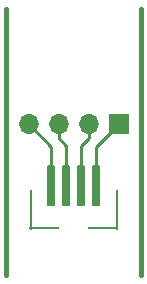
<source format=gbl>
%TF.GenerationSoftware,KiCad,Pcbnew,5.1.0*%
%TF.CreationDate,2019-04-08T01:09:32+02:00*%
%TF.ProjectId,Module_Sensor,4d6f6475-6c65-45f5-9365-6e736f722e6b,rev?*%
%TF.SameCoordinates,Original*%
%TF.FileFunction,Copper,L2,Bot*%
%TF.FilePolarity,Positive*%
%FSLAX46Y46*%
G04 Gerber Fmt 4.6, Leading zero omitted, Abs format (unit mm)*
G04 Created by KiCad (PCBNEW 5.1.0) date 2019-04-08 01:09:32*
%MOMM*%
%LPD*%
G04 APERTURE LIST*
%ADD10R,2.500000X0.250000*%
%ADD11R,0.250000X3.350000*%
%ADD12C,0.100000*%
%ADD13C,0.700000*%
%ADD14O,1.700000X1.700000*%
%ADD15R,1.700000X1.700000*%
%ADD16C,0.250000*%
%ADD17C,0.254000*%
G04 APERTURE END LIST*
D10*
X130000000Y-151275000D03*
X135000000Y-151275000D03*
D11*
X128875000Y-149725000D03*
X136125000Y-149725000D03*
D12*
G36*
X130787153Y-145950843D02*
G01*
X130804141Y-145953363D01*
X130820800Y-145957535D01*
X130836970Y-145963321D01*
X130852494Y-145970664D01*
X130867225Y-145979493D01*
X130881019Y-145989723D01*
X130893744Y-146001256D01*
X130905277Y-146013981D01*
X130915507Y-146027775D01*
X130924336Y-146042506D01*
X130931679Y-146058030D01*
X130937465Y-146074200D01*
X130941637Y-146090859D01*
X130944157Y-146107847D01*
X130945000Y-146125000D01*
X130945000Y-149275000D01*
X130944157Y-149292153D01*
X130941637Y-149309141D01*
X130937465Y-149325800D01*
X130931679Y-149341970D01*
X130924336Y-149357494D01*
X130915507Y-149372225D01*
X130905277Y-149386019D01*
X130893744Y-149398744D01*
X130881019Y-149410277D01*
X130867225Y-149420507D01*
X130852494Y-149429336D01*
X130836970Y-149436679D01*
X130820800Y-149442465D01*
X130804141Y-149446637D01*
X130787153Y-149449157D01*
X130770000Y-149450000D01*
X130420000Y-149450000D01*
X130402847Y-149449157D01*
X130385859Y-149446637D01*
X130369200Y-149442465D01*
X130353030Y-149436679D01*
X130337506Y-149429336D01*
X130322775Y-149420507D01*
X130308981Y-149410277D01*
X130296256Y-149398744D01*
X130284723Y-149386019D01*
X130274493Y-149372225D01*
X130265664Y-149357494D01*
X130258321Y-149341970D01*
X130252535Y-149325800D01*
X130248363Y-149309141D01*
X130245843Y-149292153D01*
X130245000Y-149275000D01*
X130245000Y-146125000D01*
X130245843Y-146107847D01*
X130248363Y-146090859D01*
X130252535Y-146074200D01*
X130258321Y-146058030D01*
X130265664Y-146042506D01*
X130274493Y-146027775D01*
X130284723Y-146013981D01*
X130296256Y-146001256D01*
X130308981Y-145989723D01*
X130322775Y-145979493D01*
X130337506Y-145970664D01*
X130353030Y-145963321D01*
X130369200Y-145957535D01*
X130385859Y-145953363D01*
X130402847Y-145950843D01*
X130420000Y-145950000D01*
X130770000Y-145950000D01*
X130787153Y-145950843D01*
X130787153Y-145950843D01*
G37*
D13*
X130595000Y-147700000D03*
D12*
G36*
X132057153Y-145950843D02*
G01*
X132074141Y-145953363D01*
X132090800Y-145957535D01*
X132106970Y-145963321D01*
X132122494Y-145970664D01*
X132137225Y-145979493D01*
X132151019Y-145989723D01*
X132163744Y-146001256D01*
X132175277Y-146013981D01*
X132185507Y-146027775D01*
X132194336Y-146042506D01*
X132201679Y-146058030D01*
X132207465Y-146074200D01*
X132211637Y-146090859D01*
X132214157Y-146107847D01*
X132215000Y-146125000D01*
X132215000Y-149275000D01*
X132214157Y-149292153D01*
X132211637Y-149309141D01*
X132207465Y-149325800D01*
X132201679Y-149341970D01*
X132194336Y-149357494D01*
X132185507Y-149372225D01*
X132175277Y-149386019D01*
X132163744Y-149398744D01*
X132151019Y-149410277D01*
X132137225Y-149420507D01*
X132122494Y-149429336D01*
X132106970Y-149436679D01*
X132090800Y-149442465D01*
X132074141Y-149446637D01*
X132057153Y-149449157D01*
X132040000Y-149450000D01*
X131690000Y-149450000D01*
X131672847Y-149449157D01*
X131655859Y-149446637D01*
X131639200Y-149442465D01*
X131623030Y-149436679D01*
X131607506Y-149429336D01*
X131592775Y-149420507D01*
X131578981Y-149410277D01*
X131566256Y-149398744D01*
X131554723Y-149386019D01*
X131544493Y-149372225D01*
X131535664Y-149357494D01*
X131528321Y-149341970D01*
X131522535Y-149325800D01*
X131518363Y-149309141D01*
X131515843Y-149292153D01*
X131515000Y-149275000D01*
X131515000Y-146125000D01*
X131515843Y-146107847D01*
X131518363Y-146090859D01*
X131522535Y-146074200D01*
X131528321Y-146058030D01*
X131535664Y-146042506D01*
X131544493Y-146027775D01*
X131554723Y-146013981D01*
X131566256Y-146001256D01*
X131578981Y-145989723D01*
X131592775Y-145979493D01*
X131607506Y-145970664D01*
X131623030Y-145963321D01*
X131639200Y-145957535D01*
X131655859Y-145953363D01*
X131672847Y-145950843D01*
X131690000Y-145950000D01*
X132040000Y-145950000D01*
X132057153Y-145950843D01*
X132057153Y-145950843D01*
G37*
D13*
X131865000Y-147700000D03*
D12*
G36*
X134597153Y-145950843D02*
G01*
X134614141Y-145953363D01*
X134630800Y-145957535D01*
X134646970Y-145963321D01*
X134662494Y-145970664D01*
X134677225Y-145979493D01*
X134691019Y-145989723D01*
X134703744Y-146001256D01*
X134715277Y-146013981D01*
X134725507Y-146027775D01*
X134734336Y-146042506D01*
X134741679Y-146058030D01*
X134747465Y-146074200D01*
X134751637Y-146090859D01*
X134754157Y-146107847D01*
X134755000Y-146125000D01*
X134755000Y-149275000D01*
X134754157Y-149292153D01*
X134751637Y-149309141D01*
X134747465Y-149325800D01*
X134741679Y-149341970D01*
X134734336Y-149357494D01*
X134725507Y-149372225D01*
X134715277Y-149386019D01*
X134703744Y-149398744D01*
X134691019Y-149410277D01*
X134677225Y-149420507D01*
X134662494Y-149429336D01*
X134646970Y-149436679D01*
X134630800Y-149442465D01*
X134614141Y-149446637D01*
X134597153Y-149449157D01*
X134580000Y-149450000D01*
X134230000Y-149450000D01*
X134212847Y-149449157D01*
X134195859Y-149446637D01*
X134179200Y-149442465D01*
X134163030Y-149436679D01*
X134147506Y-149429336D01*
X134132775Y-149420507D01*
X134118981Y-149410277D01*
X134106256Y-149398744D01*
X134094723Y-149386019D01*
X134084493Y-149372225D01*
X134075664Y-149357494D01*
X134068321Y-149341970D01*
X134062535Y-149325800D01*
X134058363Y-149309141D01*
X134055843Y-149292153D01*
X134055000Y-149275000D01*
X134055000Y-146125000D01*
X134055843Y-146107847D01*
X134058363Y-146090859D01*
X134062535Y-146074200D01*
X134068321Y-146058030D01*
X134075664Y-146042506D01*
X134084493Y-146027775D01*
X134094723Y-146013981D01*
X134106256Y-146001256D01*
X134118981Y-145989723D01*
X134132775Y-145979493D01*
X134147506Y-145970664D01*
X134163030Y-145963321D01*
X134179200Y-145957535D01*
X134195859Y-145953363D01*
X134212847Y-145950843D01*
X134230000Y-145950000D01*
X134580000Y-145950000D01*
X134597153Y-145950843D01*
X134597153Y-145950843D01*
G37*
D13*
X134405000Y-147700000D03*
D12*
G36*
X133327153Y-145950843D02*
G01*
X133344141Y-145953363D01*
X133360800Y-145957535D01*
X133376970Y-145963321D01*
X133392494Y-145970664D01*
X133407225Y-145979493D01*
X133421019Y-145989723D01*
X133433744Y-146001256D01*
X133445277Y-146013981D01*
X133455507Y-146027775D01*
X133464336Y-146042506D01*
X133471679Y-146058030D01*
X133477465Y-146074200D01*
X133481637Y-146090859D01*
X133484157Y-146107847D01*
X133485000Y-146125000D01*
X133485000Y-149275000D01*
X133484157Y-149292153D01*
X133481637Y-149309141D01*
X133477465Y-149325800D01*
X133471679Y-149341970D01*
X133464336Y-149357494D01*
X133455507Y-149372225D01*
X133445277Y-149386019D01*
X133433744Y-149398744D01*
X133421019Y-149410277D01*
X133407225Y-149420507D01*
X133392494Y-149429336D01*
X133376970Y-149436679D01*
X133360800Y-149442465D01*
X133344141Y-149446637D01*
X133327153Y-149449157D01*
X133310000Y-149450000D01*
X132960000Y-149450000D01*
X132942847Y-149449157D01*
X132925859Y-149446637D01*
X132909200Y-149442465D01*
X132893030Y-149436679D01*
X132877506Y-149429336D01*
X132862775Y-149420507D01*
X132848981Y-149410277D01*
X132836256Y-149398744D01*
X132824723Y-149386019D01*
X132814493Y-149372225D01*
X132805664Y-149357494D01*
X132798321Y-149341970D01*
X132792535Y-149325800D01*
X132788363Y-149309141D01*
X132785843Y-149292153D01*
X132785000Y-149275000D01*
X132785000Y-146125000D01*
X132785843Y-146107847D01*
X132788363Y-146090859D01*
X132792535Y-146074200D01*
X132798321Y-146058030D01*
X132805664Y-146042506D01*
X132814493Y-146027775D01*
X132824723Y-146013981D01*
X132836256Y-146001256D01*
X132848981Y-145989723D01*
X132862775Y-145979493D01*
X132877506Y-145970664D01*
X132893030Y-145963321D01*
X132909200Y-145957535D01*
X132925859Y-145953363D01*
X132942847Y-145950843D01*
X132960000Y-145950000D01*
X133310000Y-145950000D01*
X133327153Y-145950843D01*
X133327153Y-145950843D01*
G37*
D13*
X133135000Y-147700000D03*
D14*
X128690000Y-142500000D03*
X131230000Y-142500000D03*
X133770000Y-142500000D03*
D15*
X136310000Y-142500000D03*
D16*
X133770000Y-142500000D02*
X133770000Y-143661500D01*
X133135000Y-144296500D02*
X133135000Y-148050000D01*
X133770000Y-143661500D02*
X133135000Y-144296500D01*
X131230000Y-142500000D02*
X131230000Y-143676000D01*
X131865000Y-144311000D02*
X131865000Y-148050000D01*
X131230000Y-143676000D02*
X131865000Y-144311000D01*
X130595000Y-148050000D02*
X130595000Y-144405000D01*
X130595000Y-144405000D02*
X128690000Y-142500000D01*
X134405000Y-148050000D02*
X134405000Y-144405000D01*
X134405000Y-144405000D02*
X136310000Y-142500000D01*
D17*
G36*
X126873000Y-153597993D02*
G01*
X126865000Y-153638212D01*
X126865000Y-153861788D01*
X126873000Y-153902007D01*
X126873000Y-155315000D01*
X126685000Y-155315000D01*
X126685000Y-132685000D01*
X126873000Y-132685000D01*
X126873000Y-153597993D01*
X126873000Y-153597993D01*
G37*
X126873000Y-153597993D02*
X126865000Y-153638212D01*
X126865000Y-153861788D01*
X126873000Y-153902007D01*
X126873000Y-155315000D01*
X126685000Y-155315000D01*
X126685000Y-132685000D01*
X126873000Y-132685000D01*
X126873000Y-153597993D01*
G36*
X138315000Y-155315000D02*
G01*
X138127000Y-155315000D01*
X138127000Y-153902007D01*
X138135000Y-153861788D01*
X138135000Y-153638212D01*
X138127000Y-153597993D01*
X138127000Y-132685000D01*
X138315001Y-132685000D01*
X138315000Y-155315000D01*
X138315000Y-155315000D01*
G37*
X138315000Y-155315000D02*
X138127000Y-155315000D01*
X138127000Y-153902007D01*
X138135000Y-153861788D01*
X138135000Y-153638212D01*
X138127000Y-153597993D01*
X138127000Y-132685000D01*
X138315001Y-132685000D01*
X138315000Y-155315000D01*
M02*

</source>
